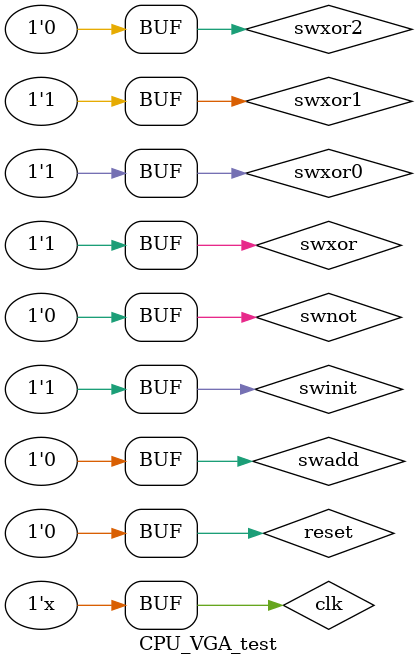
<source format=sv>
module CPU_VGA_test();

	logic clk, reset, swxor2,swxor1,swxor0,swxor,swnot,swadd,swinit;
	logic [7:0] R, G, B;
	logic hsync, vsync, clk2, blank, sync;
	
	CPU_VGA uut(clk, reset, swxor2,swxor1,swxor0,swxor,swnot,swadd,swinit,R,G,B,hsync, vsync, clk2, blank, sync);

	
	initial begin
		clk=0; reset=0; swxor2=0;swxor1=0;swxor0=0;swxor=0;swnot=0;swadd=0;swinit=0; #3;
		reset=1; #3;
		reset=0; swxor1=1;swxor0=1; swxor=1; #500;
		swinit=1; #10;
		
		
	end
	
	
	always begin
		clk=!clk; #10;
	end
	
endmodule 
</source>
